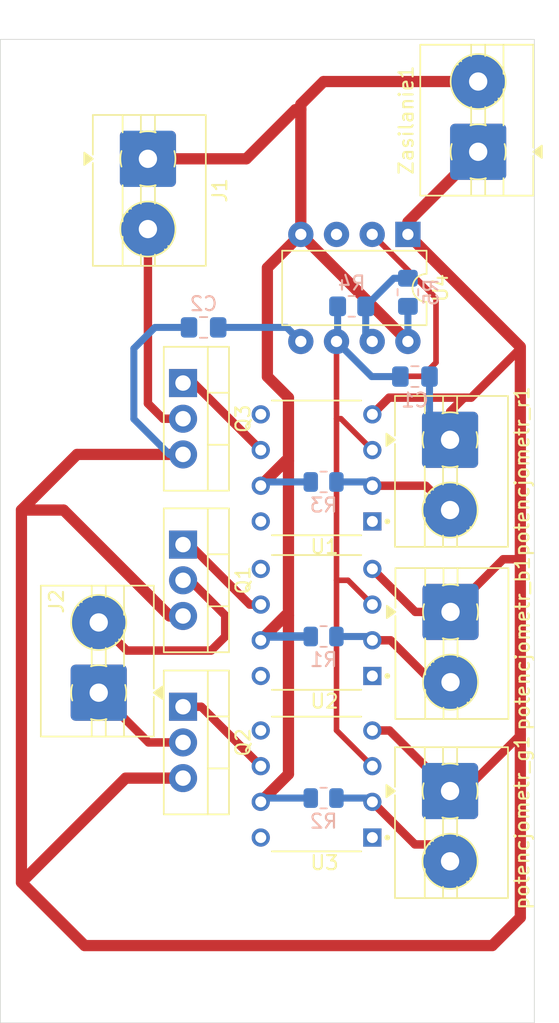
<source format=kicad_pcb>
(kicad_pcb (version 20240108) (generator "pcbnew") (generator_version "8.0")
  (layers (0 "F.Cu" signal) (31 "B.Cu" signal) (34 "B.Paste" user) (35 "F.Paste" user) (36 "B.SilkS" user "B.Silkscreen") (37 "F.SilkS" user "F.Silkscreen") (38 "B.Mask" user) (39 "F.Mask" user) (44 "Edge.Cuts" user))
  (net 0 "")
  (net 1 "GND_LED")
  (net 2 "Net-(U1-+)")
  (net 3 "Net-(U4-CV)")
  (net 4 "/+V_LED")
  (net 5 "Net-(J1-Pin_2)")
  (net 6 "Net-(J2-Pin_2)")
  (net 7 "Net-(J2-Pin_1)")
  (net 8 "Net-(U2--)")
  (net 9 "Net-(U3--)")
  (net 10 "Net-(U1--)")
  (net 11 "Net-(Q1-G)")
  (net 12 "Net-(Q2-G)")
  (net 13 "Net-(Q3-G)")
  (net 14 "Net-(U4-DIS)")
  (footprint "Library:TerminalBlock_MaiXu_MX126-5.0-02P_1x02_P5.00mm_wiekszepady" (layer "F.Cu") (at 144 83.5 -90)
    (property "Reference" "potencjometr_r1" (at 2.25 -5.12 90) (layer "F.SilkS"))
    (property "Value" "Screw_Terminal_01x02")
    (pad "1" thru_hole roundrect (at 0 0 270) (size 4 4) (drill 1.3) (layers "*.Cu" "*.Mask" "In1.Cu" "In2.Cu" "In3.Cu" "In4.Cu" "In5.Cu" "In6.Cu" "In7.Cu" "In8.Cu" "In9.Cu" "In10.Cu" "In11.Cu" "In12.Cu" "In13.Cu" "In14.Cu" "In15.Cu" "In16.Cu" "In17.Cu" "In18.Cu" "In19.Cu" "In20.Cu" "In21.Cu" "In22.Cu" "In23.Cu" "In24.Cu" "In25.Cu" "In26.Cu" "In27.Cu" "In28.Cu" "In29.Cu" "In30.Cu") (roundrect_rratio 0.089286) (net 1 "GND_LED"))
    (pad "2" thru_hole circle (at 5 0 270) (size 4 4) (drill 1.3) (layers "*.Cu" "*.Mask" "In1.Cu" "In2.Cu" "In3.Cu" "In4.Cu" "In5.Cu" "In6.Cu" "In7.Cu" "In8.Cu" "In9.Cu" "In10.Cu" "In11.Cu" "In12.Cu" "In13.Cu" "In14.Cu" "In15.Cu" "In16.Cu" "In17.Cu" "In18.Cu" "In19.Cu" "In20.Cu" "In21.Cu" "In22.Cu" "In23.Cu" "In24.Cu" "In25.Cu" "In26.Cu" "In27.Cu" "In28.Cu" "In29.Cu" "In30.Cu") (net 10 "Net-(U1--)"))
  )
  (footprint "Library:TerminalBlock_MaiXu_MX126-5.0-02P_1x02_P5.00mm_wiekszepady" (layer "F.Cu") (at 146 63 90)
    (property "Reference" "Zasilanie1" (at 2.25 -5.12 90) (layer "F.SilkS"))
    (property "Value" "Screw_Terminal_01x02")
    (pad "1" thru_hole roundrect (at 0 0 90) (size 4 4) (drill 1.3) (layers "*.Cu" "*.Mask" "In1.Cu" "In2.Cu" "In3.Cu" "In4.Cu" "In5.Cu" "In6.Cu" "In7.Cu" "In8.Cu" "In9.Cu" "In10.Cu" "In11.Cu" "In12.Cu" "In13.Cu" "In14.Cu" "In15.Cu" "In16.Cu" "In17.Cu" "In18.Cu" "In19.Cu" "In20.Cu" "In21.Cu" "In22.Cu" "In23.Cu" "In24.Cu" "In25.Cu" "In26.Cu" "In27.Cu" "In28.Cu" "In29.Cu" "In30.Cu") (roundrect_rratio 0.089286) (net 1 "GND_LED"))
    (pad "2" thru_hole circle (at 5 0 90) (size 4 4) (drill 1.3) (layers "*.Cu" "*.Mask" "In1.Cu" "In2.Cu" "In3.Cu" "In4.Cu" "In5.Cu" "In6.Cu" "In7.Cu" "In8.Cu" "In9.Cu" "In10.Cu" "In11.Cu" "In12.Cu" "In13.Cu" "In14.Cu" "In15.Cu" "In16.Cu" "In17.Cu" "In18.Cu" "In19.Cu" "In20.Cu" "In21.Cu" "In22.Cu" "In23.Cu" "In24.Cu" "In25.Cu" "In26.Cu" "In27.Cu" "In28.Cu" "In29.Cu" "In30.Cu") (net 4 "/+V_LED"))
  )
  (footprint "Library:DIP-8_W7.62mm_wiekszepady" (layer "F.Cu") (at 141 68.88 -90)
    (property "Reference" "U4" (at 3.81 -2.33 90) (layer "F.SilkS"))
    (property "Value" "NE555P")
    (pad "1" thru_hole rect (at 0 0 270) (size 1.8 1.8) (drill 0.8) (layers "*.Cu" "*.Mask" "In1.Cu" "In2.Cu" "In3.Cu" "In4.Cu" "In5.Cu" "In6.Cu" "In7.Cu" "In8.Cu" "In9.Cu" "In10.Cu" "In11.Cu" "In12.Cu" "In13.Cu" "In14.Cu" "In15.Cu" "In16.Cu" "In17.Cu" "In18.Cu" "In19.Cu" "In20.Cu" "In21.Cu" "In22.Cu" "In23.Cu" "In24.Cu" "In25.Cu" "In26.Cu" "In27.Cu" "In28.Cu" "In29.Cu" "In30.Cu") (net 1 "GND_LED"))
    (pad "2" thru_hole oval (at 0 2.54 270) (size 1.8 1.8) (drill 0.8) (layers "*.Cu" "*.Mask" "In1.Cu" "In2.Cu" "In3.Cu" "In4.Cu" "In5.Cu" "In6.Cu" "In7.Cu" "In8.Cu" "In9.Cu" "In10.Cu" "In11.Cu" "In12.Cu" "In13.Cu" "In14.Cu" "In15.Cu" "In16.Cu" "In17.Cu" "In18.Cu" "In19.Cu" "In20.Cu" "In21.Cu" "In22.Cu" "In23.Cu" "In24.Cu" "In25.Cu" "In26.Cu" "In27.Cu" "In28.Cu" "In29.Cu" "In30.Cu") (net 2 "Net-(U1-+)"))
    (pad "3" thru_hole oval (at 0 5.08 270) (size 1.8 1.8) (drill 0.8) (layers "*.Cu" "*.Mask" "In1.Cu" "In2.Cu" "In3.Cu" "In4.Cu" "In5.Cu" "In6.Cu" "In7.Cu" "In8.Cu" "In9.Cu" "In10.Cu" "In11.Cu" "In12.Cu" "In13.Cu" "In14.Cu" "In15.Cu" "In16.Cu" "In17.Cu" "In18.Cu" "In19.Cu" "In20.Cu" "In21.Cu" "In22.Cu" "In23.Cu" "In24.Cu" "In25.Cu" "In26.Cu" "In27.Cu" "In28.Cu" "In29.Cu" "In30.Cu"))
    (pad "4" thru_hole oval (at 0 7.62 270) (size 1.8 1.8) (drill 0.8) (layers "*.Cu" "*.Mask" "In1.Cu" "In2.Cu" "In3.Cu" "In4.Cu" "In5.Cu" "In6.Cu" "In7.Cu" "In8.Cu" "In9.Cu" "In10.Cu" "In11.Cu" "In12.Cu" "In13.Cu" "In14.Cu" "In15.Cu" "In16.Cu" "In17.Cu" "In18.Cu" "In19.Cu" "In20.Cu" "In21.Cu" "In22.Cu" "In23.Cu" "In24.Cu" "In25.Cu" "In26.Cu" "In27.Cu" "In28.Cu" "In29.Cu" "In30.Cu") (net 4 "/+V_LED"))
    (pad "5" thru_hole oval (at 7.62 7.62 270) (size 1.8 1.8) (drill 0.8) (layers "*.Cu" "*.Mask" "In1.Cu" "In2.Cu" "In3.Cu" "In4.Cu" "In5.Cu" "In6.Cu" "In7.Cu" "In8.Cu" "In9.Cu" "In10.Cu" "In11.Cu" "In12.Cu" "In13.Cu" "In14.Cu" "In15.Cu" "In16.Cu" "In17.Cu" "In18.Cu" "In19.Cu" "In20.Cu" "In21.Cu" "In22.Cu" "In23.Cu" "In24.Cu" "In25.Cu" "In26.Cu" "In27.Cu" "In28.Cu" "In29.Cu" "In30.Cu") (net 3 "Net-(U4-CV)"))
    (pad "6" thru_hole oval (at 7.62 5.08 270) (size 1.8 1.8) (drill 0.8) (layers "*.Cu" "*.Mask" "In1.Cu" "In2.Cu" "In3.Cu" "In4.Cu" "In5.Cu" "In6.Cu" "In7.Cu" "In8.Cu" "In9.Cu" "In10.Cu" "In11.Cu" "In12.Cu" "In13.Cu" "In14.Cu" "In15.Cu" "In16.Cu" "In17.Cu" "In18.Cu" "In19.Cu" "In20.Cu" "In21.Cu" "In22.Cu" "In23.Cu" "In24.Cu" "In25.Cu" "In26.Cu" "In27.Cu" "In28.Cu" "In29.Cu" "In30.Cu") (net 2 "Net-(U1-+)"))
    (pad "7" thru_hole oval (at 7.62 2.54 270) (size 1.8 1.8) (drill 0.8) (layers "*.Cu" "*.Mask" "In1.Cu" "In2.Cu" "In3.Cu" "In4.Cu" "In5.Cu" "In6.Cu" "In7.Cu" "In8.Cu" "In9.Cu" "In10.Cu" "In11.Cu" "In12.Cu" "In13.Cu" "In14.Cu" "In15.Cu" "In16.Cu" "In17.Cu" "In18.Cu" "In19.Cu" "In20.Cu" "In21.Cu" "In22.Cu" "In23.Cu" "In24.Cu" "In25.Cu" "In26.Cu" "In27.Cu" "In28.Cu" "In29.Cu" "In30.Cu") (net 14 "Net-(U4-DIS)"))
    (pad "8" thru_hole oval (at 7.62 0 270) (size 1.8 1.8) (drill 0.8) (layers "*.Cu" "*.Mask" "In1.Cu" "In2.Cu" "In3.Cu" "In4.Cu" "In5.Cu" "In6.Cu" "In7.Cu" "In8.Cu" "In9.Cu" "In10.Cu" "In11.Cu" "In12.Cu" "In13.Cu" "In14.Cu" "In15.Cu" "In16.Cu" "In17.Cu" "In18.Cu" "In19.Cu" "In20.Cu" "In21.Cu" "In22.Cu" "In23.Cu" "In24.Cu" "In25.Cu" "In26.Cu" "In27.Cu" "In28.Cu" "In29.Cu" "In30.Cu") (net 4 "/+V_LED"))
  )
  (footprint "Library:TerminalBlock_MaiXu_MX126-5.0-02P_1x02_P5.00mm_wiekszepady" (layer "F.Cu") (at 122.5 63.5 -90)
    (property "Reference" "J1" (at 2.25 -5.12 90) (layer "F.SilkS"))
    (property "Value" "Screw_Terminal_01x02")
    (pad "1" thru_hole roundrect (at 0 0 270) (size 4 4) (drill 1.3) (layers "*.Cu" "*.Mask" "In1.Cu" "In2.Cu" "In3.Cu" "In4.Cu" "In5.Cu" "In6.Cu" "In7.Cu" "In8.Cu" "In9.Cu" "In10.Cu" "In11.Cu" "In12.Cu" "In13.Cu" "In14.Cu" "In15.Cu" "In16.Cu" "In17.Cu" "In18.Cu" "In19.Cu" "In20.Cu" "In21.Cu" "In22.Cu" "In23.Cu" "In24.Cu" "In25.Cu" "In26.Cu" "In27.Cu" "In28.Cu" "In29.Cu" "In30.Cu") (roundrect_rratio 0.089286) (net 4 "/+V_LED"))
    (pad "2" thru_hole circle (at 5 0 270) (size 4 4) (drill 1.3) (layers "*.Cu" "*.Mask" "In1.Cu" "In2.Cu" "In3.Cu" "In4.Cu" "In5.Cu" "In6.Cu" "In7.Cu" "In8.Cu" "In9.Cu" "In10.Cu" "In11.Cu" "In12.Cu" "In13.Cu" "In14.Cu" "In15.Cu" "In16.Cu" "In17.Cu" "In18.Cu" "In19.Cu" "In20.Cu" "In21.Cu" "In22.Cu" "In23.Cu" "In24.Cu" "In25.Cu" "In26.Cu" "In27.Cu" "In28.Cu" "In29.Cu" "In30.Cu") (net 5 "Net-(J1-Pin_2)"))
  )
  (footprint "Library:DIP794W45P254L959H508Q8_wiekszepady" (layer "F.Cu") (at 134.5 108 180)
    (property "Reference" "U3" (at -0.565 -5.607 0) (layer "F.SilkS"))
    (property "Value" "TL081")
    (pad "1" thru_hole rect (at -3.97 -3.81 180) (size 1.3 1.3) (drill 0.78) (layers "*.Cu" "*.Mask" "In1.Cu" "In2.Cu" "In3.Cu" "In4.Cu" "In5.Cu" "In6.Cu" "In7.Cu" "In8.Cu" "In9.Cu" "In10.Cu" "In11.Cu" "In12.Cu" "In13.Cu" "In14.Cu" "In15.Cu" "In16.Cu" "In17.Cu" "In18.Cu" "In19.Cu" "In20.Cu" "In21.Cu" "In22.Cu" "In23.Cu" "In24.Cu" "In25.Cu" "In26.Cu" "In27.Cu" "In28.Cu" "In29.Cu" "In30.Cu"))
    (pad "2" thru_hole circle (at -3.97 -1.27 180) (size 1.3 1.3) (drill 0.78) (layers "*.Cu" "*.Mask" "In1.Cu" "In2.Cu" "In3.Cu" "In4.Cu" "In5.Cu" "In6.Cu" "In7.Cu" "In8.Cu" "In9.Cu" "In10.Cu" "In11.Cu" "In12.Cu" "In13.Cu" "In14.Cu" "In15.Cu" "In16.Cu" "In17.Cu" "In18.Cu" "In19.Cu" "In20.Cu" "In21.Cu" "In22.Cu" "In23.Cu" "In24.Cu" "In25.Cu" "In26.Cu" "In27.Cu" "In28.Cu" "In29.Cu" "In30.Cu") (net 9 "Net-(U3--)"))
    (pad "3" thru_hole circle (at -3.97 1.27 180) (size 1.3 1.3) (drill 0.78) (layers "*.Cu" "*.Mask" "In1.Cu" "In2.Cu" "In3.Cu" "In4.Cu" "In5.Cu" "In6.Cu" "In7.Cu" "In8.Cu" "In9.Cu" "In10.Cu" "In11.Cu" "In12.Cu" "In13.Cu" "In14.Cu" "In15.Cu" "In16.Cu" "In17.Cu" "In18.Cu" "In19.Cu" "In20.Cu" "In21.Cu" "In22.Cu" "In23.Cu" "In24.Cu" "In25.Cu" "In26.Cu" "In27.Cu" "In28.Cu" "In29.Cu" "In30.Cu") (net 2 "Net-(U1-+)"))
    (pad "4" thru_hole circle (at -3.97 3.81 180) (size 1.3 1.3) (drill 0.78) (layers "*.Cu" "*.Mask" "In1.Cu" "In2.Cu" "In3.Cu" "In4.Cu" "In5.Cu" "In6.Cu" "In7.Cu" "In8.Cu" "In9.Cu" "In10.Cu" "In11.Cu" "In12.Cu" "In13.Cu" "In14.Cu" "In15.Cu" "In16.Cu" "In17.Cu" "In18.Cu" "In19.Cu" "In20.Cu" "In21.Cu" "In22.Cu" "In23.Cu" "In24.Cu" "In25.Cu" "In26.Cu" "In27.Cu" "In28.Cu" "In29.Cu" "In30.Cu") (net 1 "GND_LED"))
    (pad "5" thru_hole circle (at 3.97 3.81 180) (size 1.3 1.3) (drill 0.78) (layers "*.Cu" "*.Mask" "In1.Cu" "In2.Cu" "In3.Cu" "In4.Cu" "In5.Cu" "In6.Cu" "In7.Cu" "In8.Cu" "In9.Cu" "In10.Cu" "In11.Cu" "In12.Cu" "In13.Cu" "In14.Cu" "In15.Cu" "In16.Cu" "In17.Cu" "In18.Cu" "In19.Cu" "In20.Cu" "In21.Cu" "In22.Cu" "In23.Cu" "In24.Cu" "In25.Cu" "In26.Cu" "In27.Cu" "In28.Cu" "In29.Cu" "In30.Cu"))
    (pad "6" thru_hole circle (at 3.97 1.27 180) (size 1.3 1.3) (drill 0.78) (layers "*.Cu" "*.Mask" "In1.Cu" "In2.Cu" "In3.Cu" "In4.Cu" "In5.Cu" "In6.Cu" "In7.Cu" "In8.Cu" "In9.Cu" "In10.Cu" "In11.Cu" "In12.Cu" "In13.Cu" "In14.Cu" "In15.Cu" "In16.Cu" "In17.Cu" "In18.Cu" "In19.Cu" "In20.Cu" "In21.Cu" "In22.Cu" "In23.Cu" "In24.Cu" "In25.Cu" "In26.Cu" "In27.Cu" "In28.Cu" "In29.Cu" "In30.Cu") (net 12 "Net-(Q2-G)"))
    (pad "7" thru_hole circle (at 3.97 -1.27 180) (size 1.3 1.3) (drill 0.78) (layers "*.Cu" "*.Mask" "In1.Cu" "In2.Cu" "In3.Cu" "In4.Cu" "In5.Cu" "In6.Cu" "In7.Cu" "In8.Cu" "In9.Cu" "In10.Cu" "In11.Cu" "In12.Cu" "In13.Cu" "In14.Cu" "In15.Cu" "In16.Cu" "In17.Cu" "In18.Cu" "In19.Cu" "In20.Cu" "In21.Cu" "In22.Cu" "In23.Cu" "In24.Cu" "In25.Cu" "In26.Cu" "In27.Cu" "In28.Cu" "In29.Cu" "In30.Cu") (net 4 "/+V_LED"))
    (pad "8" thru_hole circle (at 3.97 -3.81 180) (size 1.3 1.3) (drill 0.78) (layers "*.Cu" "*.Mask" "In1.Cu" "In2.Cu" "In3.Cu" "In4.Cu" "In5.Cu" "In6.Cu" "In7.Cu" "In8.Cu" "In9.Cu" "In10.Cu" "In11.Cu" "In12.Cu" "In13.Cu" "In14.Cu" "In15.Cu" "In16.Cu" "In17.Cu" "In18.Cu" "In19.Cu" "In20.Cu" "In21.Cu" "In22.Cu" "In23.Cu" "In24.Cu" "In25.Cu" "In26.Cu" "In27.Cu" "In28.Cu" "In29.Cu" "In30.Cu"))
  )
  (footprint "Library:TO-220-3_Vertical_wiekszepady" (layer "F.Cu") (at 125 90.96 -90)
    (property "Reference" "Q1" (at 2.54 -4.27 90) (layer "F.SilkS"))
    (property "Value" "IRF540N")
    (pad "1" thru_hole rect (at 0 0 270) (size 2 2) (drill 1.1) (layers "*.Cu" "*.Mask" "In1.Cu" "In2.Cu" "In3.Cu" "In4.Cu" "In5.Cu" "In6.Cu" "In7.Cu" "In8.Cu" "In9.Cu" "In10.Cu" "In11.Cu" "In12.Cu" "In13.Cu" "In14.Cu" "In15.Cu" "In16.Cu" "In17.Cu" "In18.Cu" "In19.Cu" "In20.Cu" "In21.Cu" "In22.Cu" "In23.Cu" "In24.Cu" "In25.Cu" "In26.Cu" "In27.Cu" "In28.Cu" "In29.Cu" "In30.Cu") (net 11 "Net-(Q1-G)"))
    (pad "2" thru_hole oval (at 2.54 0 270) (size 2 2) (drill 1.1) (layers "*.Cu" "*.Mask" "In1.Cu" "In2.Cu" "In3.Cu" "In4.Cu" "In5.Cu" "In6.Cu" "In7.Cu" "In8.Cu" "In9.Cu" "In10.Cu" "In11.Cu" "In12.Cu" "In13.Cu" "In14.Cu" "In15.Cu" "In16.Cu" "In17.Cu" "In18.Cu" "In19.Cu" "In20.Cu" "In21.Cu" "In22.Cu" "In23.Cu" "In24.Cu" "In25.Cu" "In26.Cu" "In27.Cu" "In28.Cu" "In29.Cu" "In30.Cu") (net 6 "Net-(J2-Pin_2)"))
    (pad "3" thru_hole oval (at 5.08 0 270) (size 2 2) (drill 1.1) (layers "*.Cu" "*.Mask" "In1.Cu" "In2.Cu" "In3.Cu" "In4.Cu" "In5.Cu" "In6.Cu" "In7.Cu" "In8.Cu" "In9.Cu" "In10.Cu" "In11.Cu" "In12.Cu" "In13.Cu" "In14.Cu" "In15.Cu" "In16.Cu" "In17.Cu" "In18.Cu" "In19.Cu" "In20.Cu" "In21.Cu" "In22.Cu" "In23.Cu" "In24.Cu" "In25.Cu" "In26.Cu" "In27.Cu" "In28.Cu" "In29.Cu" "In30.Cu") (net 1 "GND_LED"))
  )
  (footprint "Library:TerminalBlock_MaiXu_MX126-5.0-02P_1x02_P5.00mm_wiekszepady" (layer "F.Cu") (at 144.0325 95.75 -90)
    (property "Reference" "potencjometr_b1" (at 2.25 -5.12 90) (layer "F.SilkS"))
    (property "Value" "Screw_Terminal_01x02")
    (pad "1" thru_hole roundrect (at 0 0 270) (size 4 4) (drill 1.3) (layers "*.Cu" "*.Mask" "In1.Cu" "In2.Cu" "In3.Cu" "In4.Cu" "In5.Cu" "In6.Cu" "In7.Cu" "In8.Cu" "In9.Cu" "In10.Cu" "In11.Cu" "In12.Cu" "In13.Cu" "In14.Cu" "In15.Cu" "In16.Cu" "In17.Cu" "In18.Cu" "In19.Cu" "In20.Cu" "In21.Cu" "In22.Cu" "In23.Cu" "In24.Cu" "In25.Cu" "In26.Cu" "In27.Cu" "In28.Cu" "In29.Cu" "In30.Cu") (roundrect_rratio 0.089286) (net 1 "GND_LED"))
    (pad "2" thru_hole circle (at 5 0 270) (size 4 4) (drill 1.3) (layers "*.Cu" "*.Mask" "In1.Cu" "In2.Cu" "In3.Cu" "In4.Cu" "In5.Cu" "In6.Cu" "In7.Cu" "In8.Cu" "In9.Cu" "In10.Cu" "In11.Cu" "In12.Cu" "In13.Cu" "In14.Cu" "In15.Cu" "In16.Cu" "In17.Cu" "In18.Cu" "In19.Cu" "In20.Cu" "In21.Cu" "In22.Cu" "In23.Cu" "In24.Cu" "In25.Cu" "In26.Cu" "In27.Cu" "In28.Cu" "In29.Cu" "In30.Cu") (net 8 "Net-(U2--)"))
  )
  (footprint "Library:TO-220-3_Vertical_wiekszepady" (layer "F.Cu") (at 125 79.46 -90)
    (property "Reference" "Q3" (at 2.54 -4.27 90) (layer "F.SilkS"))
    (property "Value" "IRF540N")
    (pad "1" thru_hole rect (at 0 0 270) (size 2 2) (drill 1.1) (layers "*.Cu" "*.Mask" "In1.Cu" "In2.Cu" "In3.Cu" "In4.Cu" "In5.Cu" "In6.Cu" "In7.Cu" "In8.Cu" "In9.Cu" "In10.Cu" "In11.Cu" "In12.Cu" "In13.Cu" "In14.Cu" "In15.Cu" "In16.Cu" "In17.Cu" "In18.Cu" "In19.Cu" "In20.Cu" "In21.Cu" "In22.Cu" "In23.Cu" "In24.Cu" "In25.Cu" "In26.Cu" "In27.Cu" "In28.Cu" "In29.Cu" "In30.Cu") (net 13 "Net-(Q3-G)"))
    (pad "2" thru_hole oval (at 2.54 0 270) (size 2 2) (drill 1.1) (layers "*.Cu" "*.Mask" "In1.Cu" "In2.Cu" "In3.Cu" "In4.Cu" "In5.Cu" "In6.Cu" "In7.Cu" "In8.Cu" "In9.Cu" "In10.Cu" "In11.Cu" "In12.Cu" "In13.Cu" "In14.Cu" "In15.Cu" "In16.Cu" "In17.Cu" "In18.Cu" "In19.Cu" "In20.Cu" "In21.Cu" "In22.Cu" "In23.Cu" "In24.Cu" "In25.Cu" "In26.Cu" "In27.Cu" "In28.Cu" "In29.Cu" "In30.Cu") (net 5 "Net-(J1-Pin_2)"))
    (pad "3" thru_hole oval (at 5.08 0 270) (size 2 2) (drill 1.1) (layers "*.Cu" "*.Mask" "In1.Cu" "In2.Cu" "In3.Cu" "In4.Cu" "In5.Cu" "In6.Cu" "In7.Cu" "In8.Cu" "In9.Cu" "In10.Cu" "In11.Cu" "In12.Cu" "In13.Cu" "In14.Cu" "In15.Cu" "In16.Cu" "In17.Cu" "In18.Cu" "In19.Cu" "In20.Cu" "In21.Cu" "In22.Cu" "In23.Cu" "In24.Cu" "In25.Cu" "In26.Cu" "In27.Cu" "In28.Cu" "In29.Cu" "In30.Cu") (net 1 "GND_LED"))
  )
  (footprint "Library:DIP794W45P254L959H508Q8_wiekszepady" (layer "F.Cu") (at 134.5 96.5 180)
    (property "Reference" "U2" (at -0.565 -5.607 0) (layer "F.SilkS"))
    (property "Value" "TL081")
    (pad "1" thru_hole rect (at -3.97 -3.81 180) (size 1.3 1.3) (drill 0.78) (layers "*.Cu" "*.Mask" "In1.Cu" "In2.Cu" "In3.Cu" "In4.Cu" "In5.Cu" "In6.Cu" "In7.Cu" "In8.Cu" "In9.Cu" "In10.Cu" "In11.Cu" "In12.Cu" "In13.Cu" "In14.Cu" "In15.Cu" "In16.Cu" "In17.Cu" "In18.Cu" "In19.Cu" "In20.Cu" "In21.Cu" "In22.Cu" "In23.Cu" "In24.Cu" "In25.Cu" "In26.Cu" "In27.Cu" "In28.Cu" "In29.Cu" "In30.Cu"))
    (pad "2" thru_hole circle (at -3.97 -1.27 180) (size 1.3 1.3) (drill 0.78) (layers "*.Cu" "*.Mask" "In1.Cu" "In2.Cu" "In3.Cu" "In4.Cu" "In5.Cu" "In6.Cu" "In7.Cu" "In8.Cu" "In9.Cu" "In10.Cu" "In11.Cu" "In12.Cu" "In13.Cu" "In14.Cu" "In15.Cu" "In16.Cu" "In17.Cu" "In18.Cu" "In19.Cu" "In20.Cu" "In21.Cu" "In22.Cu" "In23.Cu" "In24.Cu" "In25.Cu" "In26.Cu" "In27.Cu" "In28.Cu" "In29.Cu" "In30.Cu") (net 8 "Net-(U2--)"))
    (pad "3" thru_hole circle (at -3.97 1.27 180) (size 1.3 1.3) (drill 0.78) (layers "*.Cu" "*.Mask" "In1.Cu" "In2.Cu" "In3.Cu" "In4.Cu" "In5.Cu" "In6.Cu" "In7.Cu" "In8.Cu" "In9.Cu" "In10.Cu" "In11.Cu" "In12.Cu" "In13.Cu" "In14.Cu" "In15.Cu" "In16.Cu" "In17.Cu" "In18.Cu" "In19.Cu" "In20.Cu" "In21.Cu" "In22.Cu" "In23.Cu" "In24.Cu" "In25.Cu" "In26.Cu" "In27.Cu" "In28.Cu" "In29.Cu" "In30.Cu") (net 2 "Net-(U1-+)"))
    (pad "4" thru_hole circle (at -3.97 3.81 180) (size 1.3 1.3) (drill 0.78) (layers "*.Cu" "*.Mask" "In1.Cu" "In2.Cu" "In3.Cu" "In4.Cu" "In5.Cu" "In6.Cu" "In7.Cu" "In8.Cu" "In9.Cu" "In10.Cu" "In11.Cu" "In12.Cu" "In13.Cu" "In14.Cu" "In15.Cu" "In16.Cu" "In17.Cu" "In18.Cu" "In19.Cu" "In20.Cu" "In21.Cu" "In22.Cu" "In23.Cu" "In24.Cu" "In25.Cu" "In26.Cu" "In27.Cu" "In28.Cu" "In29.Cu" "In30.Cu") (net 1 "GND_LED"))
    (pad "5" thru_hole circle (at 3.97 3.81 180) (size 1.3 1.3) (drill 0.78) (layers "*.Cu" "*.Mask" "In1.Cu" "In2.Cu" "In3.Cu" "In4.Cu" "In5.Cu" "In6.Cu" "In7.Cu" "In8.Cu" "In9.Cu" "In10.Cu" "In11.Cu" "In12.Cu" "In13.Cu" "In14.Cu" "In15.Cu" "In16.Cu" "In17.Cu" "In18.Cu" "In19.Cu" "In20.Cu" "In21.Cu" "In22.Cu" "In23.Cu" "In24.Cu" "In25.Cu" "In26.Cu" "In27.Cu" "In28.Cu" "In29.Cu" "In30.Cu"))
    (pad "6" thru_hole circle (at 3.97 1.27 180) (size 1.3 1.3) (drill 0.78) (layers "*.Cu" "*.Mask" "In1.Cu" "In2.Cu" "In3.Cu" "In4.Cu" "In5.Cu" "In6.Cu" "In7.Cu" "In8.Cu" "In9.Cu" "In10.Cu" "In11.Cu" "In12.Cu" "In13.Cu" "In14.Cu" "In15.Cu" "In16.Cu" "In17.Cu" "In18.Cu" "In19.Cu" "In20.Cu" "In21.Cu" "In22.Cu" "In23.Cu" "In24.Cu" "In25.Cu" "In26.Cu" "In27.Cu" "In28.Cu" "In29.Cu" "In30.Cu") (net 11 "Net-(Q1-G)"))
    (pad "7" thru_hole circle (at 3.97 -1.27 180) (size 1.3 1.3) (drill 0.78) (layers "*.Cu" "*.Mask" "In1.Cu" "In2.Cu" "In3.Cu" "In4.Cu" "In5.Cu" "In6.Cu" "In7.Cu" "In8.Cu" "In9.Cu" "In10.Cu" "In11.Cu" "In12.Cu" "In13.Cu" "In14.Cu" "In15.Cu" "In16.Cu" "In17.Cu" "In18.Cu" "In19.Cu" "In20.Cu" "In21.Cu" "In22.Cu" "In23.Cu" "In24.Cu" "In25.Cu" "In26.Cu" "In27.Cu" "In28.Cu" "In29.Cu" "In30.Cu") (net 4 "/+V_LED"))
    (pad "8" thru_hole circle (at 3.97 -3.81 180) (size 1.3 1.3) (drill 0.78) (layers "*.Cu" "*.Mask" "In1.Cu" "In2.Cu" "In3.Cu" "In4.Cu" "In5.Cu" "In6.Cu" "In7.Cu" "In8.Cu" "In9.Cu" "In10.Cu" "In11.Cu" "In12.Cu" "In13.Cu" "In14.Cu" "In15.Cu" "In16.Cu" "In17.Cu" "In18.Cu" "In19.Cu" "In20.Cu" "In21.Cu" "In22.Cu" "In23.Cu" "In24.Cu" "In25.Cu" "In26.Cu" "In27.Cu" "In28.Cu" "In29.Cu" "In30.Cu"))
  )
  (footprint "Library:TerminalBlock_MaiXu_MX126-5.0-02P_1x02_P5.00mm_wiekszepady" (layer "F.Cu") (at 119 101.5 90)
    (property "Reference" "J2" (at 6.5 -3 90) (layer "F.SilkS"))
    (property "Value" "Screw_Terminal_01x02")
    (pad "1" thru_hole roundrect (at 0 0 90) (size 4 4) (drill 1.3) (layers "*.Cu" "*.Mask" "In1.Cu" "In2.Cu" "In3.Cu" "In4.Cu" "In5.Cu" "In6.Cu" "In7.Cu" "In8.Cu" "In9.Cu" "In10.Cu" "In11.Cu" "In12.Cu" "In13.Cu" "In14.Cu" "In15.Cu" "In16.Cu" "In17.Cu" "In18.Cu" "In19.Cu" "In20.Cu" "In21.Cu" "In22.Cu" "In23.Cu" "In24.Cu" "In25.Cu" "In26.Cu" "In27.Cu" "In28.Cu" "In29.Cu" "In30.Cu") (roundrect_rratio 0.089286) (net 7 "Net-(J2-Pin_1)"))
    (pad "2" thru_hole circle (at 5 0 90) (size 4 4) (drill 1.3) (layers "*.Cu" "*.Mask" "In1.Cu" "In2.Cu" "In3.Cu" "In4.Cu" "In5.Cu" "In6.Cu" "In7.Cu" "In8.Cu" "In9.Cu" "In10.Cu" "In11.Cu" "In12.Cu" "In13.Cu" "In14.Cu" "In15.Cu" "In16.Cu" "In17.Cu" "In18.Cu" "In19.Cu" "In20.Cu" "In21.Cu" "In22.Cu" "In23.Cu" "In24.Cu" "In25.Cu" "In26.Cu" "In27.Cu" "In28.Cu" "In29.Cu" "In30.Cu") (net 6 "Net-(J2-Pin_2)"))
  )
  (footprint "Library:TO-220-3_Vertical_wiekszepady" (layer "F.Cu") (at 125 102.5 -90)
    (property "Reference" "Q2" (at 2.54 -4.27 90) (layer "F.SilkS"))
    (property "Value" "IRF540N")
    (pad "1" thru_hole rect (at 0 0 270) (size 2 2) (drill 1.1) (layers "*.Cu" "*.Mask" "In1.Cu" "In2.Cu" "In3.Cu" "In4.Cu" "In5.Cu" "In6.Cu" "In7.Cu" "In8.Cu" "In9.Cu" "In10.Cu" "In11.Cu" "In12.Cu" "In13.Cu" "In14.Cu" "In15.Cu" "In16.Cu" "In17.Cu" "In18.Cu" "In19.Cu" "In20.Cu" "In21.Cu" "In22.Cu" "In23.Cu" "In24.Cu" "In25.Cu" "In26.Cu" "In27.Cu" "In28.Cu" "In29.Cu" "In30.Cu") (net 12 "Net-(Q2-G)"))
    (pad "2" thru_hole oval (at 2.54 0 270) (size 2 2) (drill 1.1) (layers "*.Cu" "*.Mask" "In1.Cu" "In2.Cu" "In3.Cu" "In4.Cu" "In5.Cu" "In6.Cu" "In7.Cu" "In8.Cu" "In9.Cu" "In10.Cu" "In11.Cu" "In12.Cu" "In13.Cu" "In14.Cu" "In15.Cu" "In16.Cu" "In17.Cu" "In18.Cu" "In19.Cu" "In20.Cu" "In21.Cu" "In22.Cu" "In23.Cu" "In24.Cu" "In25.Cu" "In26.Cu" "In27.Cu" "In28.Cu" "In29.Cu" "In30.Cu") (net 7 "Net-(J2-Pin_1)"))
    (pad "3" thru_hole oval (at 5.08 0 270) (size 2 2) (drill 1.1) (layers "*.Cu" "*.Mask" "In1.Cu" "In2.Cu" "In3.Cu" "In4.Cu" "In5.Cu" "In6.Cu" "In7.Cu" "In8.Cu" "In9.Cu" "In10.Cu" "In11.Cu" "In12.Cu" "In13.Cu" "In14.Cu" "In15.Cu" "In16.Cu" "In17.Cu" "In18.Cu" "In19.Cu" "In20.Cu" "In21.Cu" "In22.Cu" "In23.Cu" "In24.Cu" "In25.Cu" "In26.Cu" "In27.Cu" "In28.Cu" "In29.Cu" "In30.Cu") (net 1 "GND_LED"))
  )
  (footprint "Library:TerminalBlock_MaiXu_MX126-5.0-02P_1x02_P5.00mm_wiekszepady" (layer "F.Cu") (at 144 108.5 -90)
    (property "Reference" "potencjometr_g1" (at 2.25 -5.12 90) (layer "F.SilkS"))
    (property "Value" "Screw_Terminal_01x02")
    (pad "1" thru_hole roundrect (at 0 0 270) (size 4 4) (drill 1.3) (layers "*.Cu" "*.Mask" "In1.Cu" "In2.Cu" "In3.Cu" "In4.Cu" "In5.Cu" "In6.Cu" "In7.Cu" "In8.Cu" "In9.Cu" "In10.Cu" "In11.Cu" "In12.Cu" "In13.Cu" "In14.Cu" "In15.Cu" "In16.Cu" "In17.Cu" "In18.Cu" "In19.Cu" "In20.Cu" "In21.Cu" "In22.Cu" "In23.Cu" "In24.Cu" "In25.Cu" "In26.Cu" "In27.Cu" "In28.Cu" "In29.Cu" "In30.Cu") (roundrect_rratio 0.089286) (net 1 "GND_LED"))
    (pad "2" thru_hole circle (at 5 0 270) (size 4 4) (drill 1.3) (layers "*.Cu" "*.Mask" "In1.Cu" "In2.Cu" "In3.Cu" "In4.Cu" "In5.Cu" "In6.Cu" "In7.Cu" "In8.Cu" "In9.Cu" "In10.Cu" "In11.Cu" "In12.Cu" "In13.Cu" "In14.Cu" "In15.Cu" "In16.Cu" "In17.Cu" "In18.Cu" "In19.Cu" "In20.Cu" "In21.Cu" "In22.Cu" "In23.Cu" "In24.Cu" "In25.Cu" "In26.Cu" "In27.Cu" "In28.Cu" "In29.Cu" "In30.Cu") (net 9 "Net-(U3--)"))
  )
  (footprint "Library:DIP794W45P254L959H508Q8_wiekszepady" (layer "F.Cu") (at 134.5 85.5 180)
    (property "Reference" "U1" (at -0.565 -5.607 0) (layer "F.SilkS"))
    (property "Value" "TL081")
    (pad "1" thru_hole rect (at -3.97 -3.81 180) (size 1.3 1.3) (drill 0.78) (layers "*.Cu" "*.Mask" "In1.Cu" "In2.Cu" "In3.Cu" "In4.Cu" "In5.Cu" "In6.Cu" "In7.Cu" "In8.Cu" "In9.Cu" "In10.Cu" "In11.Cu" "In12.Cu" "In13.Cu" "In14.Cu" "In15.Cu" "In16.Cu" "In17.Cu" "In18.Cu" "In19.Cu" "In20.Cu" "In21.Cu" "In22.Cu" "In23.Cu" "In24.Cu" "In25.Cu" "In26.Cu" "In27.Cu" "In28.Cu" "In29.Cu" "In30.Cu"))
    (pad "2" thru_hole circle (at -3.97 -1.27 180) (size 1.3 1.3) (drill 0.78) (layers "*.Cu" "*.Mask" "In1.Cu" "In2.Cu" "In3.Cu" "In4.Cu" "In5.Cu" "In6.Cu" "In7.Cu" "In8.Cu" "In9.Cu" "In10.Cu" "In11.Cu" "In12.Cu" "In13.Cu" "In14.Cu" "In15.Cu" "In16.Cu" "In17.Cu" "In18.Cu" "In19.Cu" "In20.Cu" "In21.Cu" "In22.Cu" "In23.Cu" "In24.Cu" "In25.Cu" "In26.Cu" "In27.Cu" "In28.Cu" "In29.Cu" "In30.Cu") (net 10 "Net-(U1--)"))
    (pad "3" thru_hole circle (at -3.97 1.27 180) (size 1.3 1.3) (drill 0.78) (layers "*.Cu" "*.Mask" "In1.Cu" "In2.Cu" "In3.Cu" "In4.Cu" "In5.Cu" "In6.Cu" "In7.Cu" "In8.Cu" "In9.Cu" "In10.Cu" "In11.Cu" "In12.Cu" "In13.Cu" "In14.Cu" "In15.Cu" "In16.Cu" "In17.Cu" "In18.Cu" "In19.Cu" "In20.Cu" "In21.Cu" "In22.Cu" "In23.Cu" "In24.Cu" "In25.Cu" "In26.Cu" "In27.Cu" "In28.Cu" "In29.Cu" "In30.Cu") (net 2 "Net-(U1-+)"))
    (pad "4" thru_hole circle (at -3.97 3.81 180) (size 1.3 1.3) (drill 0.78) (layers "*.Cu" "*.Mask" "In1.Cu" "In2.Cu" "In3.Cu" "In4.Cu" "In5.Cu" "In6.Cu" "In7.Cu" "In8.Cu" "In9.Cu" "In10.Cu" "In11.Cu" "In12.Cu" "In13.Cu" "In14.Cu" "In15.Cu" "In16.Cu" "In17.Cu" "In18.Cu" "In19.Cu" "In20.Cu" "In21.Cu" "In22.Cu" "In23.Cu" "In24.Cu" "In25.Cu" "In26.Cu" "In27.Cu" "In28.Cu" "In29.Cu" "In30.Cu") (net 1 "GND_LED"))
    (pad "5" thru_hole circle (at 3.97 3.81 180) (size 1.3 1.3) (drill 0.78) (layers "*.Cu" "*.Mask" "In1.Cu" "In2.Cu" "In3.Cu" "In4.Cu" "In5.Cu" "In6.Cu" "In7.Cu" "In8.Cu" "In9.Cu" "In10.Cu" "In11.Cu" "In12.Cu" "In13.Cu" "In14.Cu" "In15.Cu" "In16.Cu" "In17.Cu" "In18.Cu" "In19.Cu" "In20.Cu" "In21.Cu" "In22.Cu" "In23.Cu" "In24.Cu" "In25.Cu" "In26.Cu" "In27.Cu" "In28.Cu" "In29.Cu" "In30.Cu"))
    (pad "6" thru_hole circle (at 3.97 1.27 180) (size 1.3 1.3) (drill 0.78) (layers "*.Cu" "*.Mask" "In1.Cu" "In2.Cu" "In3.Cu" "In4.Cu" "In5.Cu" "In6.Cu" "In7.Cu" "In8.Cu" "In9.Cu" "In10.Cu" "In11.Cu" "In12.Cu" "In13.Cu" "In14.Cu" "In15.Cu" "In16.Cu" "In17.Cu" "In18.Cu" "In19.Cu" "In20.Cu" "In21.Cu" "In22.Cu" "In23.Cu" "In24.Cu" "In25.Cu" "In26.Cu" "In27.Cu" "In28.Cu" "In29.Cu" "In30.Cu") (net 13 "Net-(Q3-G)"))
    (pad "7" thru_hole circle (at 3.97 -1.27 180) (size 1.3 1.3) (drill 0.78) (layers "*.Cu" "*.Mask" "In1.Cu" "In2.Cu" "In3.Cu" "In4.Cu" "In5.Cu" "In6.Cu" "In7.Cu" "In8.Cu" "In9.Cu" "In10.Cu" "In11.Cu" "In12.Cu" "In13.Cu" "In14.Cu" "In15.Cu" "In16.Cu" "In17.Cu" "In18.Cu" "In19.Cu" "In20.Cu" "In21.Cu" "In22.Cu" "In23.Cu" "In24.Cu" "In25.Cu" "In26.Cu" "In27.Cu" "In28.Cu" "In29.Cu" "In30.Cu") (net 4 "/+V_LED"))
    (pad "8" thru_hole circle (at 3.97 -3.81 180) (size 1.3 1.3) (drill 0.78) (layers "*.Cu" "*.Mask" "In1.Cu" "In2.Cu" "In3.Cu" "In4.Cu" "In5.Cu" "In6.Cu" "In7.Cu" "In8.Cu" "In9.Cu" "In10.Cu" "In11.Cu" "In12.Cu" "In13.Cu" "In14.Cu" "In15.Cu" "In16.Cu" "In17.Cu" "In18.Cu" "In19.Cu" "In20.Cu" "In21.Cu" "In22.Cu" "In23.Cu" "In24.Cu" "In25.Cu" "In26.Cu" "In27.Cu" "In28.Cu" "In29.Cu" "In30.Cu"))
  )
  (footprint "Capacitor_SMD:C_0805_2012Metric_Pad1.18x1.45mm_HandSolder" (layer "B.Cu") (at 141.5 79)
    (property "Reference" "C1" (at 0 1.68 0) (layer "B.SilkS") (effects (justify mirror)))
    (property "Value" "100n")
    (pad "1" smd roundrect (at -1.0375 0) (size 1.175 1.45) (layers "B.Cu" "B.Paste" "B.Mask") (roundrect_rratio 0.212766) (net 2 "Net-(U1-+)"))
    (pad "2" smd roundrect (at 1.0375 0) (size 1.175 1.45) (layers "B.Cu" "B.Paste" "B.Mask") (roundrect_rratio 0.212766) (net 1 "GND_LED"))
  )
  (footprint "Resistor_SMD:R_0805_2012Metric_Pad1.20x1.40mm_HandSolder" (layer "B.Cu") (at 141 73 90)
    (property "Reference" "R5" (at 0 1.65 90) (layer "B.SilkS") (effects (justify mirror)))
    (property "Value" "10000R")
    (pad "1" smd roundrect (at -1 0 90) (size 1.2 1.4) (layers "B.Cu" "B.Paste" "B.Mask") (roundrect_rratio 0.208333) (net 4 "/+V_LED"))
    (pad "2" smd roundrect (at 1 0 90) (size 1.2 1.4) (layers "B.Cu" "B.Paste" "B.Mask") (roundrect_rratio 0.208333) (net 14 "Net-(U4-DIS)"))
  )
  (footprint "Resistor_SMD:R_0805_2012Metric_Pad1.20x1.40mm_HandSolder" (layer "B.Cu") (at 137 74 180)
    (property "Reference" "R4" (at 0 1.65 0) (layer "B.SilkS") (effects (justify mirror)))
    (property "Value" "10000R")
    (pad "1" smd roundrect (at -1 0 180) (size 1.2 1.4) (layers "B.Cu" "B.Paste" "B.Mask") (roundrect_rratio 0.208333) (net 14 "Net-(U4-DIS)"))
    (pad "2" smd roundrect (at 1 0 180) (size 1.2 1.4) (layers "B.Cu" "B.Paste" "B.Mask") (roundrect_rratio 0.208333) (net 2 "Net-(U1-+)"))
  )
  (footprint "Resistor_SMD:R_0805_2012Metric" (layer "B.Cu") (at 135 109)
    (property "Reference" "R2" (at 0 1.65 0) (layer "B.SilkS") (effects (justify mirror)))
    (property "Value" "5000R")
    (pad "1" smd roundrect (at -0.9125 0) (size 1.025 1.4) (layers "B.Cu" "B.Paste" "B.Mask") (roundrect_rratio 0.243902) (net 4 "/+V_LED"))
    (pad "2" smd roundrect (at 0.9125 0) (size 1.025 1.4) (layers "B.Cu" "B.Paste" "B.Mask") (roundrect_rratio 0.243902) (net 9 "Net-(U3--)"))
  )
  (footprint "Capacitor_SMD:C_0805_2012Metric_Pad1.18x1.45mm_HandSolder" (layer "B.Cu") (at 126.4625 75.5 180)
    (property "Reference" "C2" (at 0 1.68 0) (layer "B.SilkS") (effects (justify mirror)))
    (property "Value" "10n")
    (pad "1" smd roundrect (at -1.0375 0 180) (size 1.175 1.45) (layers "B.Cu" "B.Paste" "B.Mask") (roundrect_rratio 0.212766) (net 3 "Net-(U4-CV)"))
    (pad "2" smd roundrect (at 1.0375 0 180) (size 1.175 1.45) (layers "B.Cu" "B.Paste" "B.Mask") (roundrect_rratio 0.212766) (net 1 "GND_LED"))
  )
  (footprint "Resistor_SMD:R_0805_2012Metric" (layer "B.Cu") (at 135 97.5)
    (property "Reference" "R1" (at 0 1.65 0) (layer "B.SilkS") (effects (justify mirror)))
    (property "Value" "5000R")
    (pad "1" smd roundrect (at -0.9125 0) (size 1.025 1.4) (layers "B.Cu" "B.Paste" "B.Mask") (roundrect_rratio 0.243902) (net 4 "/+V_LED"))
    (pad "2" smd roundrect (at 0.9125 0) (size 1.025 1.4) (layers "B.Cu" "B.Paste" "B.Mask") (roundrect_rratio 0.243902) (net 8 "Net-(U2--)"))
  )
  (footprint "Resistor_SMD:R_0805_2012Metric" (layer "B.Cu") (at 135 86.5)
    (property "Reference" "R3" (at 0 1.65 0) (layer "B.SilkS") (effects (justify mirror)))
    (property "Value" "5000R")
    (pad "1" smd roundrect (at -0.9125 0) (size 1.025 1.4) (layers "B.Cu" "B.Paste" "B.Mask") (roundrect_rratio 0.243902) (net 4 "/+V_LED"))
    (pad "2" smd roundrect (at 0.9125 0) (size 1.025 1.4) (layers "B.Cu" "B.Paste" "B.Mask") (roundrect_rratio 0.243902) (net 10 "Net-(U1--)"))
  )
  (gr_rect (start 112 55) (end 150 125) (stroke (width 0.05)) (fill none) (layer "Edge.Cuts"))
  (segment (start 147.7825 92) (end 144.0325 95.75) (width 0.6) (layer "F.Cu") (net 1))
  (segment (start 149 77) (end 149 89) (width 0.8) (layer "F.Cu") (net 1))
  (segment (start 147 119.5) (end 118 119.5) (width 0.8) (layer "F.Cu") (net 1))
  (segment (start 148.88 89) (end 149 89) (width 0.4) (layer "F.Cu") (net 1))
  (segment (start 144.0325 95.75) (end 141.53 95.75) (width 0.6) (layer "F.Cu") (net 1))
  (segment (start 145.5 80.5) (end 139.66 80.5) (width 0.6) (layer "F.Cu") (net 1))
  (segment (start 149 117.5) (end 147 119.5) (width 0.8) (layer "F.Cu") (net 1))
  (segment (start 145 108.5) (end 144 108.5) (width 0.8) (layer "F.Cu") (net 1))
  (segment (start 124.04 96.04) (end 116.5 88.5) (width 0.8) (layer "F.Cu") (net 1))
  (segment (start 125 107.58) (end 120.92 107.58) (width 0.8) (layer "F.Cu") (net 1))
  (segment (start 149 77) (end 145.5 80.5) (width 0.6) (layer "F.Cu") (net 1))
  (segment (start 145 80.5) (end 144 81.5) (width 0.6) (layer "F.Cu") (net 1))
  (segment (start 145.5 80.5) (end 145 80.5) (width 0.4) (layer "F.Cu") (net 1))
  (segment (start 141 68.88) (end 141 68) (width 0.4) (layer "F.Cu") (net 1))
  (segment (start 149 89) (end 149 92) (width 0.8) (layer "F.Cu") (net 1))
  (segment (start 144 108.5) (end 139.69 104.19) (width 0.6) (layer "F.Cu") (net 1))
  (segment (start 139.69 104.19) (end 138.47 104.19) (width 0.6) (layer "F.Cu") (net 1))
  (segment (start 141 68.88) (end 149 76.88) (width 0.8) (layer "F.Cu") (net 1))
  (segment (start 120.92 107.58) (end 113.5 115) (width 0.8) (layer "F.Cu") (net 1))
  (segment (start 141 68) (end 146 63) (width 0.8) (layer "F.Cu") (net 1))
  (segment (start 144 81.5) (end 144 83.5) (width 0.4) (layer "F.Cu") (net 1))
  (segment (start 149 104.5) (end 145 108.5) (width 0.6) (layer "F.Cu") (net 1))
  (segment (start 113.5 88.5) (end 117.46 84.54) (width 0.8) (layer "F.Cu") (net 1))
  (segment (start 113.515 115) (end 113.5 115) (width 0.4) (layer "F.Cu") (net 1))
  (segment (start 149 92) (end 147.7825 92) (width 0.6) (layer "F.Cu") (net 1))
  (segment (start 141.53 95.75) (end 138.47 92.69) (width 0.6) (layer "F.Cu") (net 1))
  (segment (start 113.5 115) (end 113.5 88.5) (width 0.8) (layer "F.Cu") (net 1))
  (segment (start 117.46 84.54) (end 125 84.54) (width 0.8) (layer "F.Cu") (net 1))
  (segment (start 149 92) (end 149 104.5) (width 0.8) (layer "F.Cu") (net 1))
  (segment (start 125 96.04) (end 124.04 96.04) (width 0.8) (layer "F.Cu") (net 1))
  (segment (start 139.66 80.5) (end 138.47 81.69) (width 0.6) (layer "F.Cu") (net 1))
  (segment (start 116.5 88.5) (end 113.5 88.5) (width 0.8) (layer "F.Cu") (net 1))
  (segment (start 149 76.88) (end 149 77) (width 0.4) (layer "F.Cu") (net 1))
  (segment (start 118 119.5) (end 113.5 115) (width 0.8) (layer "F.Cu") (net 1))
  (segment (start 149 104.5) (end 149 117.5) (width 0.8) (layer "F.Cu") (net 1))
  (segment (start 123 75.5) (end 121.5 77) (width 0.5) (layer "B.Cu") (net 1))
  (segment (start 121.5 77) (end 121.5 82.02) (width 0.5) (layer "B.Cu") (net 1))
  (segment (start 142.5375 79) (end 142.5375 82.0375) (width 0.5) (layer "B.Cu") (net 1))
  (segment (start 125.425 75.5) (end 123 75.5) (width 0.5) (layer "B.Cu") (net 1))
  (segment (start 142.5375 82.0375) (end 144 83.5) (width 0.5) (layer "B.Cu") (net 1))
  (segment (start 121.5 82.02) (end 124.02 84.54) (width 0.5) (layer "B.Cu") (net 1))
  (segment (start 124.02 84.54) (end 125 84.54) (width 0.5) (layer "B.Cu") (net 1))
  (segment (start 135.92 93.5) (end 135.92 104.18) (width 0.4) (layer "F.Cu") (net 2))
  (segment (start 135.92 82) (end 136.24 82) (width 0.4) (layer "F.Cu") (net 2))
  (segment (start 143 73.42) (end 143 78) (width 0.4) (layer "F.Cu") (net 2))
  (segment (start 138.4 78.98) (end 135.92 76.5) (width 0.4) (layer "F.Cu") (net 2))
  (segment (start 135.92 104.18) (end 138.47 106.73) (width 0.4) (layer "F.Cu") (net 2))
  (segment (start 138.46 68.88) (end 143 73.42) (width 0.4) (layer "F.Cu") (net 2))
  (segment (start 136.74 93.5) (end 138.47 95.23) (width 0.4) (layer "F.Cu") (net 2))
  (segment (start 136.24 82) (end 138.47 84.23) (width 0.4) (layer "F.Cu") (net 2))
  (segment (start 135.92 93.5) (end 136.74 93.5) (width 0.4) (layer "F.Cu") (net 2))
  (segment (start 135.92 82) (end 135.92 93.5) (width 0.4) (layer "F.Cu") (net 2))
  (segment (start 143 78) (end 142 79) (width 0.4) (layer "F.Cu") (net 2))
  (segment (start 135.92 76.5) (end 135.92 82) (width 0.4) (layer "F.Cu") (net 2))
  (segment (start 142 78.98) (end 138.4 78.98) (width 0.4) (layer "F.Cu") (net 2))
  (segment (start 140.4625 79) (end 138.42 79) (width 0.5) (layer "B.Cu") (net 2))
  (segment (start 138.42 79) (end 135.92 76.5) (width 0.5) (layer "B.Cu") (net 2))
  (segment (start 136 74) (end 136 76.42) (width 0.5) (layer "B.Cu") (net 2))
  (segment (start 136 76.42) (end 135.92 76.5) (width 0.5) (layer "B.Cu") (net 2))
  (segment (start 127.5 75.5) (end 132.38 75.5) (width 0.5) (layer "B.Cu") (net 3))
  (segment (start 132.38 75.5) (end 133.38 76.5) (width 0.5) (layer "B.Cu") (net 3))
  (segment (start 133.38 60) (end 133.38 59.62) (width 0.8) (layer "F.Cu") (net 4))
  (segment (start 133 60) (end 129.5 63.5) (width 0.8) (layer "F.Cu") (net 4))
  (segment (start 131 71.26) (end 131 79) (width 0.8) (layer "F.Cu") (net 4))
  (segment (start 133.38 68.88) (end 141 76.5) (width 0.8) (layer "F.Cu") (net 4))
  (segment (start 132.3 96) (end 130.53 97.77) (width 0.8) (layer "F.Cu") (net 4))
  (segment (start 132.3 85) (end 130.53 86.77) (width 0.8) (layer "F.Cu") (net 4))
  (segment (start 133.38 68.88) (end 133.38 60) (width 0.8) (layer "F.Cu") (net 4))
  (segment (start 132.5 85) (end 132.5 96) (width 0.8) (layer "F.Cu") (net 4))
  (segment (start 135 58) (end 133.38 59.62) (width 0.8) (layer "F.Cu") (net 4))
  (segment (start 131 79) (end 132.5 80.5) (width 0.8) (layer "F.Cu") (net 4))
  (segment (start 133.38 60) (end 133 60) (width 0.8) (layer "F.Cu") (net 4))
  (segment (start 146 58) (end 135 58) (width 0.8) (layer "F.Cu") (net 4))
  (segment (start 132.5 107.3) (end 130.53 109.27) (width 0.8) (layer "F.Cu") (net 4))
  (segment (start 132.5 96) (end 132.3 96) (width 0.4) (layer "F.Cu") (net 4))
  (segment (start 129.5 63.5) (end 122.5 63.5) (width 0.8) (layer "F.Cu") (net 4))
  (segment (start 132.5 85) (end 132.3 85) (width 0.4) (layer "F.Cu") (net 4))
  (segment (start 133.38 68.88) (end 131 71.26) (width 0.8) (layer "F.Cu") (net 4))
  (segment (start 132.5 96) (end 132.5 107.3) (width 0.8) (layer "F.Cu") (net 4))
  (segment (start 132.5 80.5) (end 132.5 85) (width 0.8) (layer "F.Cu") (net 4))
  (segment (start 130.8 97.5) (end 130.53 97.77) (width 0.6) (layer "B.Cu") (net 4))
  (segment (start 134.0875 97.5) (end 130.8 97.5) (width 0.6) (layer "B.Cu") (net 4))
  (segment (start 130.8 109) (end 130.53 109.27) (width 0.5) (layer "B.Cu") (net 4))
  (segment (start 130.8 86.5) (end 130.53 86.77) (width 0.5) (layer "B.Cu") (net 4))
  (segment (start 141 74) (end 141 76.5) (width 0.5) (layer "B.Cu") (net 4))
  (segment (start 134.0875 86.5) (end 130.8 86.5) (width 0.5) (layer "B.Cu") (net 4))
  (segment (start 134.0875 109) (end 130.8 109) (width 0.5) (layer "B.Cu") (net 4))
  (segment (start 122.5 80.914213) (end 122.5 68.5) (width 0.6) (layer "F.Cu") (net 5))
  (segment (start 123.585787 82) (end 122.5 80.914213) (width 0.6) (layer "F.Cu") (net 5))
  (segment (start 125 82) (end 123.585787 82) (width 0.6) (layer "F.Cu") (net 5))
  (segment (start 119 96.5) (end 121 98.5) (width 0.6) (layer "F.Cu") (net 6))
  (segment (start 127 98.5) (end 128 97.5) (width 0.6) (layer "F.Cu") (net 6))
  (segment (start 128 97.5) (end 128 96) (width 0.6) (layer "F.Cu") (net 6))
  (segment (start 125.5 93.5) (end 125 93.5) (width 0.6) (layer "F.Cu") (net 6))
  (segment (start 128 96) (end 125.5 93.5) (width 0.6) (layer "F.Cu") (net 6))
  (segment (start 121 98.5) (end 127 98.5) (width 0.6) (layer "F.Cu") (net 6))
  (segment (start 119 102.055) (end 119 101.5) (width 0.4) (layer "F.Cu") (net 7))
  (segment (start 125 105.04) (end 122.54 105.04) (width 0.6) (layer "F.Cu") (net 7))
  (segment (start 122.54 105.04) (end 119 101.5) (width 0.6) (layer "F.Cu") (net 7))
  (segment (start 139.77 97.77) (end 142.75 100.75) (width 0.6) (layer "F.Cu") (net 8))
  (segment (start 142.75 100.75) (end 144.0325 100.75) (width 0.4) (layer "F.Cu") (net 8))
  (segment (start 138.47 97.77) (end 139.77 97.77) (width 0.6) (layer "F.Cu") (net 8))
  (segment (start 136.5 97.5) (end 138.2 97.5) (width 0.5) (layer "B.Cu") (net 8))
  (segment (start 138.2 97.5) (end 138.47 97.77) (width 0.5) (layer "B.Cu") (net 8))
  (segment (start 138.47 109.27) (end 141.5 112.3) (width 0.6) (layer "F.Cu") (net 9))
  (segment (start 142.8 112.3) (end 144 113.5) (width 0.4) (layer "F.Cu") (net 9))
  (segment (start 141.5 112.3) (end 142.8 112.3) (width 0.6) (layer "F.Cu") (net 9))
  (segment (start 135.9125 109) (end 138.2 109) (width 0.5) (layer "B.Cu") (net 9))
  (segment (start 138.2 109) (end 138.47 109.27) (width 0.5) (layer "B.Cu") (net 9))
  (segment (start 142.27 86.77) (end 144 88.5) (width 0.6) (layer "F.Cu") (net 10))
  (segment (start 138.47 86.77) (end 142.27 86.77) (width 0.6) (layer "F.Cu") (net 10))
  (segment (start 138.2 86.5) (end 138.47 86.77) (width 0.5) (layer "B.Cu") (net 10))
  (segment (start 135.9125 86.5) (end 138.2 86.5) (width 0.5) (layer "B.Cu") (net 10))
  (segment (start 125.48 90.96) (end 129.75 95.23) (width 0.6) (layer "F.Cu") (net 11))
  (segment (start 129.75 95.23) (end 130.53 95.23) (width 0.6) (layer "F.Cu") (net 11))
  (segment (start 125 90.96) (end 125.48 90.96) (width 0.6) (layer "F.Cu") (net 11))
  (segment (start 130.205 107.055) (end 130.53 106.73) (width 0.4) (layer "F.Cu") (net 12))
  (segment (start 126.3 102.5) (end 130.53 106.73) (width 0.6) (layer "F.Cu") (net 12))
  (segment (start 125 102.5) (end 126.3 102.5) (width 0.6) (layer "F.Cu") (net 12))
  (segment (start 125.76 79.46) (end 130.53 84.23) (width 0.6) (layer "F.Cu") (net 13))
  (segment (start 125 79.46) (end 125.76 79.46) (width 0.6) (layer "F.Cu") (net 13))
  (segment (start 141 72) (end 140 72) (width 0.5) (layer "B.Cu") (net 14))
  (segment (start 138 76.04) (end 138.46 76.5) (width 0.5) (layer "B.Cu") (net 14))
  (segment (start 138 74) (end 138 76.04) (width 0.5) (layer "B.Cu") (net 14))
  (segment (start 140 72) (end 138 74) (width 0.5) (layer "B.Cu") (net 14))
)
</source>
